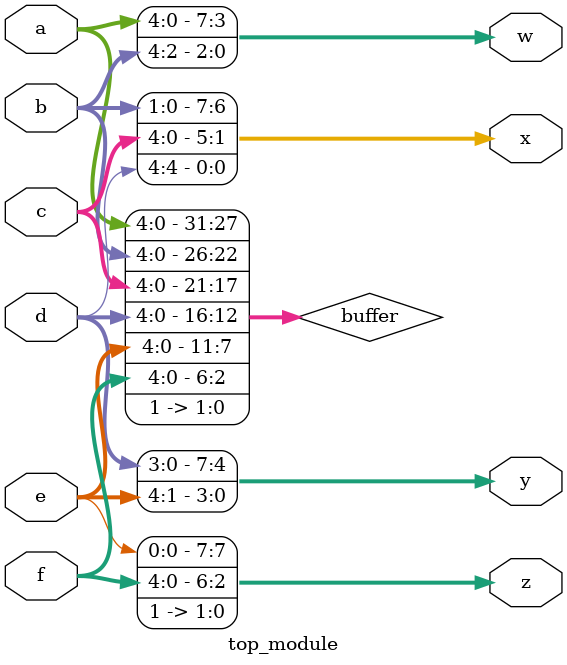
<source format=v>
module top_module (
    input [4:0] a, b, c, d, e, f,
    output [7:0] w, x, y, z );//

    // assign { ... } = { ... };
    wire [31:0] buffer = {a,b,c,d,e,f,2'b11};
 
    assign w = buffer[31:24];
    assign x = buffer[23:16];
    assign y = buffer[15:8];
    assign z = buffer[7:0];
endmodule

</source>
